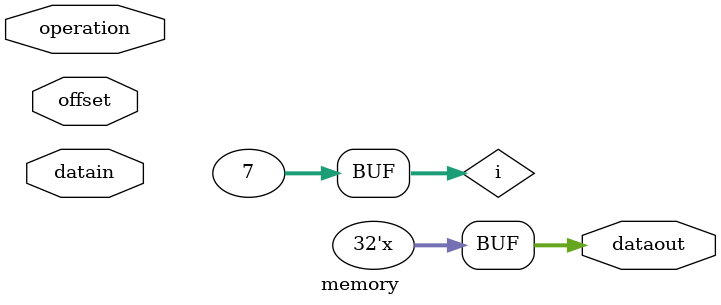
<source format=v>
module memory(operation, offset, datain, dataout);
	input      [1:0]  operation;
	input      [31:0] offset;
	input      [31:0] datain;
	output reg [31:0] dataout;
	parameter mem_size = 5;
	reg [31:0] mem [mem_size + 1:0]; // Actual data in [mem_size:1].
	integer i;

	initial begin
		for (i = 0; i < mem_size + 2; i = i + 1)
			mem[i] = 0;
	end

	always @(operation, offset, datain) begin
		if (offset >= 0 && offset < mem_size + 2) begin // boundary check
			case (operation)
				2'b01: dataout = mem[offset]; // read
				2'b10: mem[offset] = datain; // write
				// hang on other conditions
			endcase
		end
	end
endmodule

</source>
